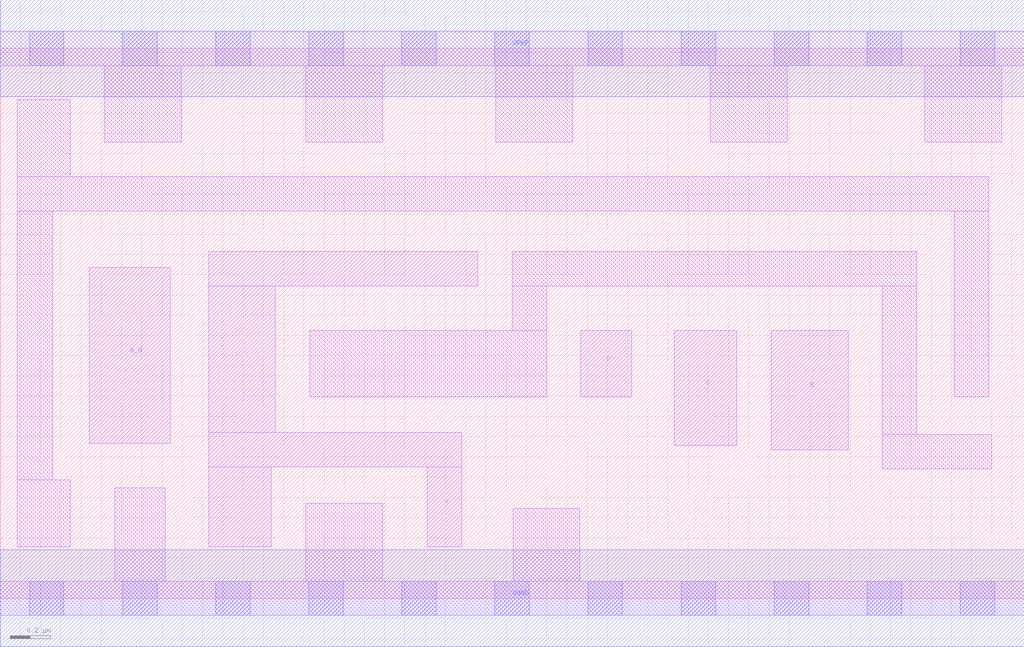
<source format=lef>
# Copyright 2020 The SkyWater PDK Authors
#
# Licensed under the Apache License, Version 2.0 (the "License");
# you may not use this file except in compliance with the License.
# You may obtain a copy of the License at
#
#     https://www.apache.org/licenses/LICENSE-2.0
#
# Unless required by applicable law or agreed to in writing, software
# distributed under the License is distributed on an "AS IS" BASIS,
# WITHOUT WARRANTIES OR CONDITIONS OF ANY KIND, either express or implied.
# See the License for the specific language governing permissions and
# limitations under the License.
#
# SPDX-License-Identifier: Apache-2.0

VERSION 5.7 ;
  NOWIREEXTENSIONATPIN ON ;
  DIVIDERCHAR "/" ;
  BUSBITCHARS "[]" ;
UNITS
  DATABASE MICRONS 200 ;
END UNITS
PROPERTYDEFINITIONS
  MACRO maskLayoutSubType STRING ;
  MACRO prCellType STRING ;
  MACRO originalViewName STRING ;
END PROPERTYDEFINITIONS
MACRO sky130_fd_sc_hdll__and4b_4
  CLASS CORE ;
  FOREIGN sky130_fd_sc_hdll__and4b_4 ;
  ORIGIN  0.000000  0.000000 ;
  SIZE  5.060000 BY  2.720000 ;
  SYMMETRY X Y R90 ;
  SITE unithd ;
  PIN A_N
    ANTENNAGATEAREA  0.138600 ;
    DIRECTION INPUT ;
    USE SIGNAL ;
    PORT
      LAYER li1 ;
        RECT 0.440000 0.765000 0.840000 1.635000 ;
    END
  END A_N
  PIN B
    ANTENNAGATEAREA  0.277500 ;
    DIRECTION INPUT ;
    USE SIGNAL ;
    PORT
      LAYER li1 ;
        RECT 3.810000 0.735000 4.190000 1.325000 ;
    END
  END B
  PIN C
    ANTENNAGATEAREA  0.277500 ;
    DIRECTION INPUT ;
    USE SIGNAL ;
    PORT
      LAYER li1 ;
        RECT 3.330000 0.755000 3.640000 1.325000 ;
    END
  END C
  PIN D
    ANTENNAGATEAREA  0.277500 ;
    DIRECTION INPUT ;
    USE SIGNAL ;
    PORT
      LAYER li1 ;
        RECT 2.870000 0.995000 3.120000 1.325000 ;
    END
  END D
  PIN X
    ANTENNADIFFAREA  0.996000 ;
    DIRECTION OUTPUT ;
    USE SIGNAL ;
    PORT
      LAYER li1 ;
        RECT 1.030000 0.255000 1.340000 0.650000 ;
        RECT 1.030000 0.650000 2.280000 0.820000 ;
        RECT 1.030000 0.820000 1.360000 1.545000 ;
        RECT 1.030000 1.545000 2.360000 1.715000 ;
        RECT 2.110000 0.255000 2.280000 0.650000 ;
    END
  END X
  PIN VGND
    DIRECTION INOUT ;
    USE GROUND ;
    PORT
      LAYER met1 ;
        RECT 0.000000 -0.240000 5.060000 0.240000 ;
    END
  END VGND
  PIN VPWR
    DIRECTION INOUT ;
    USE POWER ;
    PORT
      LAYER met1 ;
        RECT 0.000000 2.480000 5.060000 2.960000 ;
    END
  END VPWR
  OBS
    LAYER li1 ;
      RECT 0.000000 -0.085000 5.060000 0.085000 ;
      RECT 0.000000  2.635000 5.060000 2.805000 ;
      RECT 0.085000  0.255000 0.345000 0.585000 ;
      RECT 0.085000  0.585000 0.260000 1.915000 ;
      RECT 0.085000  1.915000 4.885000 2.085000 ;
      RECT 0.085000  2.085000 0.345000 2.465000 ;
      RECT 0.515000  2.255000 0.895000 2.635000 ;
      RECT 0.565000  0.085000 0.815000 0.545000 ;
      RECT 1.510000  0.085000 1.890000 0.470000 ;
      RECT 1.510000  2.255000 1.890000 2.635000 ;
      RECT 1.530000  0.995000 2.700000 1.325000 ;
      RECT 2.450000  2.255000 2.830000 2.635000 ;
      RECT 2.530000  1.325000 2.700000 1.545000 ;
      RECT 2.530000  1.545000 4.530000 1.715000 ;
      RECT 2.535000  0.085000 2.865000 0.445000 ;
      RECT 3.510000  2.255000 3.890000 2.635000 ;
      RECT 4.360000  0.640000 4.900000 0.810000 ;
      RECT 4.360000  0.810000 4.530000 1.545000 ;
      RECT 4.570000  2.255000 4.950000 2.635000 ;
      RECT 4.715000  0.995000 4.885000 1.915000 ;
    LAYER mcon ;
      RECT 0.145000 -0.085000 0.315000 0.085000 ;
      RECT 0.145000  2.635000 0.315000 2.805000 ;
      RECT 0.605000 -0.085000 0.775000 0.085000 ;
      RECT 0.605000  2.635000 0.775000 2.805000 ;
      RECT 1.065000 -0.085000 1.235000 0.085000 ;
      RECT 1.065000  2.635000 1.235000 2.805000 ;
      RECT 1.525000 -0.085000 1.695000 0.085000 ;
      RECT 1.525000  2.635000 1.695000 2.805000 ;
      RECT 1.985000 -0.085000 2.155000 0.085000 ;
      RECT 1.985000  2.635000 2.155000 2.805000 ;
      RECT 2.445000 -0.085000 2.615000 0.085000 ;
      RECT 2.445000  2.635000 2.615000 2.805000 ;
      RECT 2.905000 -0.085000 3.075000 0.085000 ;
      RECT 2.905000  2.635000 3.075000 2.805000 ;
      RECT 3.365000 -0.085000 3.535000 0.085000 ;
      RECT 3.365000  2.635000 3.535000 2.805000 ;
      RECT 3.825000 -0.085000 3.995000 0.085000 ;
      RECT 3.825000  2.635000 3.995000 2.805000 ;
      RECT 4.285000 -0.085000 4.455000 0.085000 ;
      RECT 4.285000  2.635000 4.455000 2.805000 ;
      RECT 4.745000 -0.085000 4.915000 0.085000 ;
      RECT 4.745000  2.635000 4.915000 2.805000 ;
  END
  PROPERTY maskLayoutSubType "abstract" ;
  PROPERTY prCellType "standard" ;
  PROPERTY originalViewName "layout" ;
END sky130_fd_sc_hdll__and4b_4
END LIBRARY

</source>
